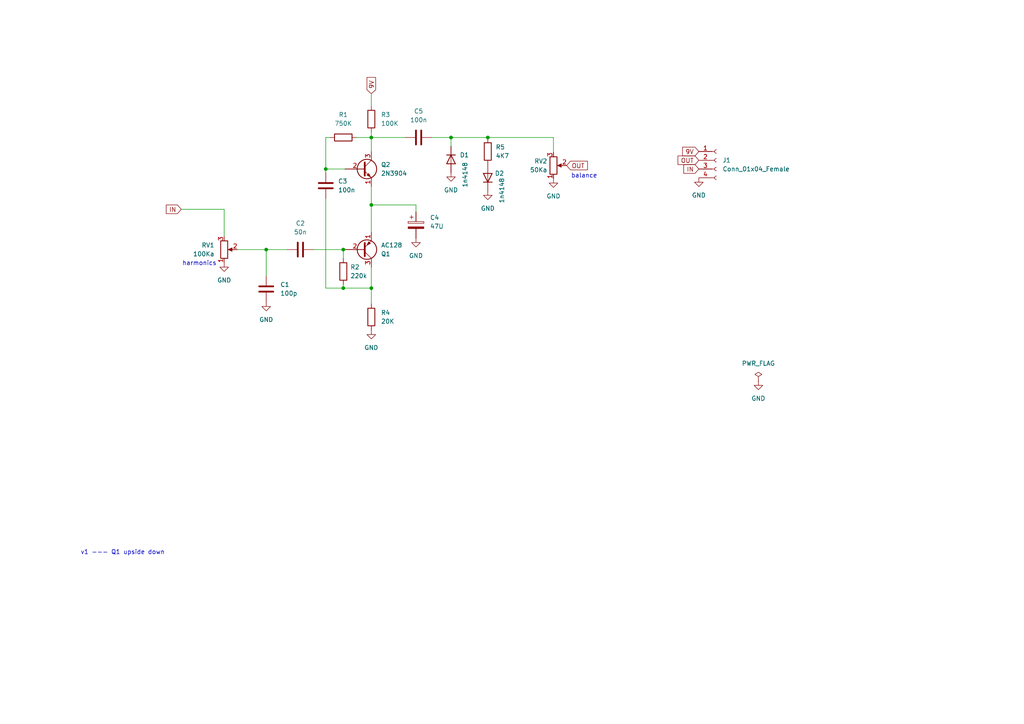
<source format=kicad_sch>
(kicad_sch (version 20230121) (generator eeschema)
  (paper "A4")
  (lib_symbols
    (symbol "Connector:Conn_01x04_Female" (pin_names (offset 1.016) hide)
      (property "Reference" "J" (at 0 5.08 0))
      (property "Value" "Conn_01x04_Female" (at 0 -7.62 0))
      (symbol "Conn_01x04_Female_1_1"
        (arc (start 0 -4.572) (mid -0.5058 -5.08) (end 0 -5.588) (stroke (width 0.1524)))
        (arc (start 0 -2.032) (mid -0.5058 -2.54) (end 0 -3.048) (stroke (width 0.1524)))
        (polyline (pts (xy -1.27 -5.08) (xy -0.508 -5.08)) (stroke (width 0.1524)))
        (polyline (pts (xy -1.27 -2.54) (xy -0.508 -2.54)) (stroke (width 0.1524)))
        (polyline (pts (xy -1.27 0) (xy -0.508 0)) (stroke (width 0.1524)))
        (polyline (pts (xy -1.27 2.54) (xy -0.508 2.54)) (stroke (width 0.1524)))
        (arc (start 0 0.508) (mid -0.5058 0) (end 0 -0.508) (stroke (width 0.1524)))
        (arc (start 0 3.048) (mid -0.5058 2.54) (end 0 2.032) (stroke (width 0.1524)))
        (pin passive line (at -5.08 2.54 0) (length 3.81) (name "Pin_1") (number "1"))
        (pin passive line (at -5.08 0 0) (length 3.81) (name "Pin_2") (number "2"))
        (pin passive line (at -5.08 -2.54 0) (length 3.81) (name "Pin_3") (number "3"))
        (pin passive line (at -5.08 -5.08 0) (length 3.81) (name "Pin_4") (number "4"))
      )
    )
    (symbol "Device:C" (pin_numbers hide) (pin_names (offset 0.254))
      (property "Reference" "C" (at 0.635 2.54 0))
      (property "Value" "C" (at 0.635 -2.54 0))
      (symbol "C_0_1"
        (polyline (pts (xy -2.032 -0.762) (xy 2.032 -0.762)) (stroke (width 0.508)))
        (polyline (pts (xy -2.032 0.762) (xy 2.032 0.762)) (stroke (width 0.508)))
      )
      (symbol "C_1_1"
        (pin passive line (at 0 3.81 270) (length 2.794) (name "~") (number "1"))
        (pin passive line (at 0 -3.81 90) (length 2.794) (name "~") (number "2"))
      )
    )
    (symbol "Device:C_Polarized" (pin_numbers hide) (pin_names (offset 0.254))
      (property "Reference" "C" (at 0.635 2.54 0))
      (property "Value" "C_Polarized" (at 0.635 -2.54 0))
      (symbol "C_Polarized_0_1"
        (rectangle (start -2.286 0.508) (end 2.286 1.016))
        (polyline (pts (xy -1.778 2.286) (xy -0.762 2.286)))
        (polyline (pts (xy -1.27 2.794) (xy -1.27 1.778)))
        (rectangle (start 2.286 -0.508) (end -2.286 -1.016) (fill (type outline)))
      )
      (symbol "C_Polarized_1_1"
        (pin passive line (at 0 3.81 270) (length 2.794) (name "~") (number "1"))
        (pin passive line (at 0 -3.81 90) (length 2.794) (name "~") (number "2"))
      )
    )
    (symbol "Device:D" (pin_numbers hide) (pin_names (offset 1.016) hide)
      (property "Reference" "D" (at 0 2.54 0))
      (property "Value" "D" (at 0 -2.54 0))
      (symbol "D_0_1"
        (polyline (pts (xy -1.27 1.27) (xy -1.27 -1.27)) (stroke (width 0.254)))
        (polyline (pts (xy 1.27 0) (xy -1.27 0)))
        (polyline (pts (xy 1.27 1.27) (xy 1.27 -1.27) (xy -1.27 0) (xy 1.27 1.27)) (stroke (width 0.254)))
      )
      (symbol "D_1_1"
        (pin passive line (at -3.81 0 0) (length 2.54) (name "K") (number "1"))
        (pin passive line (at 3.81 0 180) (length 2.54) (name "A") (number "2"))
      )
    )
    (symbol "Device:R" (pin_numbers hide) (pin_names (offset 0))
      (property "Reference" "R" (at 2.032 0 90))
      (property "Value" "R" (at 0 0 90))
      (symbol "R_0_1"
        (rectangle (start -1.016 -2.54) (end 1.016 2.54) (stroke (width 0.254)))
      )
      (symbol "R_1_1"
        (pin passive line (at 0 3.81 270) (length 1.27) (name "~") (number "1"))
        (pin passive line (at 0 -3.81 90) (length 1.27) (name "~") (number "2"))
      )
    )
    (symbol "Device:R_Potentiometer" (pin_names (offset 1.016) hide)
      (property "Reference" "RV" (at -4.445 0 90))
      (property "Value" "R_Potentiometer" (at -2.54 0 90))
      (symbol "R_Potentiometer_0_1"
        (polyline (pts (xy 2.54 0) (xy 1.524 0)))
        (polyline (pts (xy 1.143 0) (xy 2.286 0.508) (xy 2.286 -0.508) (xy 1.143 0)) (fill (type outline)))
        (rectangle (start 1.016 2.54) (end -1.016 -2.54) (stroke (width 0.254)))
      )
      (symbol "R_Potentiometer_1_1"
        (pin passive line (at 0 3.81 270) (length 1.27) (name "1") (number "1"))
        (pin passive line (at 3.81 0 180) (length 1.27) (name "2") (number "2"))
        (pin passive line (at 0 -3.81 90) (length 1.27) (name "3") (number "3"))
      )
    )
    (symbol "Transistor_BJT:2N3904" (pin_names (offset 0) hide)
      (property "Reference" "Q" (at 5.08 1.905 0))
      (property "Value" "2N3904" (at 5.08 0 0))
      (symbol "2N3904_0_1"
        (polyline (pts (xy 0.635 0.635) (xy 2.54 2.54)))
        (polyline (pts (xy 0.635 -0.635) (xy 2.54 -2.54) (xy 2.54 -2.54)))
        (polyline (pts (xy 0.635 1.905) (xy 0.635 -1.905) (xy 0.635 -1.905)) (stroke (width 0.508)))
        (polyline (pts (xy 1.27 -1.778) (xy 1.778 -1.27) (xy 2.286 -2.286) (xy 1.27 -1.778) (xy 1.27 -1.778)) (fill (type outline)))
        (circle (center 1.27 0) (radius 2.8194) (stroke (width 0.254)))
      )
      (symbol "2N3904_1_1"
        (pin passive line (at 2.54 -5.08 90) (length 2.54) (name "E") (number "1"))
        (pin passive line (at -5.08 0 0) (length 5.715) (name "B") (number "2"))
        (pin passive line (at 2.54 5.08 270) (length 2.54) (name "C") (number "3"))
      )
    )
    (symbol "Transistor_BJT:2N3906" (pin_names (offset 0) hide)
      (property "Reference" "Q" (at 5.08 1.905 0))
      (property "Value" "2N3906" (at 5.08 0 0))
      (symbol "2N3906_0_1"
        (polyline (pts (xy 0.635 0.635) (xy 2.54 2.54)))
        (polyline (pts (xy 0.635 -0.635) (xy 2.54 -2.54) (xy 2.54 -2.54)))
        (polyline (pts (xy 0.635 1.905) (xy 0.635 -1.905) (xy 0.635 -1.905)) (stroke (width 0.508)))
        (polyline (pts (xy 2.286 -1.778) (xy 1.778 -2.286) (xy 1.27 -1.27) (xy 2.286 -1.778) (xy 2.286 -1.778)) (fill (type outline)))
        (circle (center 1.27 0) (radius 2.8194) (stroke (width 0.254)))
      )
      (symbol "2N3906_1_1"
        (pin passive line (at 2.54 -5.08 90) (length 2.54) (name "E") (number "1"))
        (pin input line (at -5.08 0 0) (length 5.715) (name "B") (number "2"))
        (pin passive line (at 2.54 5.08 270) (length 2.54) (name "C") (number "3"))
      )
    )
    (symbol "power:GND" (power) (pin_names (offset 0))
      (property "Value" "GND" (at 0 -3.81 0))
      (symbol "GND_0_1"
        (polyline (pts (xy 0 0) (xy 0 -1.27) (xy 1.27 -1.27) (xy 0 -2.54) (xy -1.27 -1.27) (xy 0 -1.27)))
      )
      (symbol "GND_1_1"
        (pin power_in line (at 0 0 270) (length 0) hide (name "GND") (number "1"))
      )
    )
    (symbol "power:PWR_FLAG" (power) (pin_numbers hide) (pin_names (offset 0) hide)
      (property "Value" "PWR_FLAG" (at 0 3.81 0))
      (symbol "PWR_FLAG_0_0"
        (pin power_out line (at 0 0 90) (length 0) (name "pwr") (number "1"))
      )
      (symbol "PWR_FLAG_0_1"
        (polyline (pts (xy 0 0) (xy 0 1.27) (xy -1.016 1.905) (xy 0 2.54) (xy 1.016 1.905) (xy 0 1.27)))
      )
    )
  )
  (junction (at 107.696 59.436))
  (junction (at 107.696 39.878))
  (junction (at 107.696 83.566))
  (junction (at 94.488 49.022))
  (junction (at 130.81 39.878))
  (junction (at 77.216 72.39))
  (junction (at 141.478 39.878))
  (junction (at 99.568 72.39))
  (junction (at 99.568 83.566))
  (wire (pts (xy 94.488 49.022) (xy 94.488 39.878)))
  (wire (pts (xy 107.696 54.102) (xy 107.696 59.436)))
  (wire (pts (xy 94.488 49.022) (xy 94.488 50.038)))
  (wire (pts (xy 107.696 83.566) (xy 107.696 88.138)))
  (wire (pts (xy 90.932 72.39) (xy 99.568 72.39)))
  (wire (pts (xy 107.696 39.878) (xy 117.602 39.878)))
  (wire (pts (xy 94.488 39.878) (xy 95.758 39.878)))
  (wire (pts (xy 107.696 59.436) (xy 120.65 59.436)))
  (wire (pts (xy 160.528 39.878) (xy 141.478 39.878)))
  (wire (pts (xy 94.488 49.022) (xy 100.076 49.022)))
  (wire (pts (xy 77.216 72.39) (xy 83.312 72.39)))
  (wire (pts (xy 99.568 72.39) (xy 99.568 74.93)))
  (wire (pts (xy 107.696 39.878) (xy 107.696 43.942)))
  (wire (pts (xy 99.568 82.55) (xy 99.568 83.566)))
  (wire (pts (xy 120.65 61.468) (xy 120.65 59.436)))
  (wire (pts (xy 141.478 39.878) (xy 141.478 40.132)))
  (wire (pts (xy 94.488 83.566) (xy 94.488 57.658)))
  (wire (pts (xy 107.696 38.354) (xy 107.696 39.878)))
  (wire (pts (xy 107.696 59.436) (xy 107.696 67.31)))
  (wire (pts (xy 94.488 83.566) (xy 99.568 83.566)))
  (wire (pts (xy 130.81 39.878) (xy 130.81 42.418)))
  (wire (pts (xy 160.528 44.196) (xy 160.528 39.878)))
  (wire (pts (xy 99.568 72.39) (xy 100.076 72.39)))
  (wire (pts (xy 130.81 39.878) (xy 141.478 39.878)))
  (wire (pts (xy 65.024 68.58) (xy 65.024 60.706)))
  (wire (pts (xy 99.568 83.566) (xy 107.696 83.566)))
  (wire (pts (xy 77.216 72.39) (xy 68.834 72.39)))
  (wire (pts (xy 107.696 27.178) (xy 107.696 30.734)))
  (wire (pts (xy 107.696 77.47) (xy 107.696 83.566)))
  (wire (pts (xy 77.216 80.01) (xy 77.216 72.39)))
  (wire (pts (xy 65.024 60.706) (xy 52.578 60.706)))
  (wire (pts (xy 125.222 39.878) (xy 130.81 39.878)))
  (wire (pts (xy 103.378 39.878) (xy 107.696 39.878)))
  (text "balance" (at 165.608 51.816 0) (effects (font (size 1.27 1.27)) (justify left bottom)))
  (text "harmonics" (at 52.832 77.216 0) (effects (font (size 1.27 1.27)) (justify left bottom)))
  (text "v1 --- Q1 upside down" (at 23.368 161.036 0) (effects (font (size 1.27 1.27)) (justify left bottom)))
  (global_label "OUT" (shape input) (at 202.692 46.482 180) (property "Intersheetrefs" "${INTERSHEET_REFS}" (effects hide)))
  (global_label "9V" (shape input) (at 107.696 27.178 90) (property "Intersheetrefs" "${INTERSHEET_REFS}" (effects hide)))
  (global_label "IN" (shape input) (at 52.578 60.706 180) (property "Intersheetrefs" "${INTERSHEET_REFS}" (effects hide)))
  (global_label "IN" (shape input) (at 202.692 49.022 180) (property "Intersheetrefs" "${INTERSHEET_REFS}" (effects hide)))
  (global_label "OUT" (shape input) (at 164.338 48.006 0) (property "Intersheetrefs" "${INTERSHEET_REFS}" (effects hide)))
  (global_label "9V" (shape input) (at 202.692 43.942 180) (property "Intersheetrefs" "${INTERSHEET_REFS}" (effects hide)))
  (symbol (lib_id "Connector:Conn_01x04_Female") (at 207.772 46.482 0) (unit 1)
    (property "Reference" "J1" (at 209.55 46.4819 0) (effects (justify left)))
    (property "Value" "Conn_01x04_Female" (at 209.55 49.0219 0) (effects (justify left)))
    (property "Footprint" "Connector_PinHeader_2.54mm:PinHeader_1x04_P2.54mm_Vertical" (effects hide))
  )
  (symbol (lib_id "Device:C") (at 121.412 39.878 270) (unit 1)
    (property "Reference" "C5" (at 121.412 32.258 90))
    (property "Value" "100n" (at 121.412 34.798 90))
    (property "Footprint" "Capacitor_THT:C_Disc_D7.5mm_W2.5mm_P5.00mm" (effects hide))
  )
  (symbol (lib_id "power:PWR_FLAG") (at 219.964 110.49 0) (unit 1)
    (property "Reference" "#FLG0101" (effects hide))
    (property "Value" "PWR_FLAG" (at 219.964 105.41 0))
  )
  (symbol (lib_id "Device:R") (at 107.696 91.948 180) (unit 1)
    (property "Reference" "R4" (at 110.49 90.6779 0) (effects (justify right)))
    (property "Value" "20K" (at 110.49 93.2179 0) (effects (justify right)))
    (property "Footprint" "Resistor_THT:R_Axial_DIN0207_L6.3mm_D2.5mm_P7.62mm_Horizontal" (effects hide))
  )
  (symbol (lib_id "Device:R") (at 99.568 78.74 0) (unit 1)
    (property "Reference" "R2" (at 101.6 77.4699 0) (effects (justify left)))
    (property "Value" "220k" (at 101.6 80.0099 0) (effects (justify left)))
    (property "Footprint" "Resistor_THT:R_Axial_DIN0207_L6.3mm_D2.5mm_P7.62mm_Horizontal" (effects hide))
  )
  (symbol (lib_id "power:GND") (at 130.81 50.038 0) (unit 1)
    (property "Reference" "#PWR05" (effects hide))
    (property "Value" "GND" (at 130.81 55.118 0))
  )
  (symbol (lib_id "power:GND") (at 219.964 110.49 0) (unit 1)
    (property "Reference" "#PWR0101" (effects hide))
    (property "Value" "GND" (at 219.964 115.57 0))
  )
  (symbol (lib_id "power:GND") (at 65.024 76.2 0) (unit 1)
    (property "Reference" "#PWR01" (effects hide))
    (property "Value" "GND" (at 65.024 81.28 0))
  )
  (symbol (lib_id "power:GND") (at 107.696 95.758 0) (unit 1)
    (property "Reference" "#PWR03" (effects hide))
    (property "Value" "GND" (at 107.696 100.838 0))
  )
  (symbol (lib_id "Device:R_Potentiometer") (at 65.024 72.39 0) (mirror x) (unit 1)
    (property "Reference" "RV1" (at 62.23 71.1199 0) (effects (justify right)))
    (property "Value" "100Ka" (at 62.23 73.6599 0) (effects (justify right)))
    (property "Footprint" "pedals:Pot_Underside" (effects hide))
  )
  (symbol (lib_id "Device:R_Potentiometer") (at 160.528 48.006 0) (mirror x) (unit 1)
    (property "Reference" "RV2" (at 158.75 46.7359 0) (effects (justify right)))
    (property "Value" "50Ka" (at 158.75 49.2759 0) (effects (justify right)))
    (property "Footprint" "pedals:Pot_Underside" (effects hide))
  )
  (symbol (lib_id "power:GND") (at 141.478 55.372 0) (unit 1)
    (property "Reference" "#PWR06" (effects hide))
    (property "Value" "GND" (at 141.478 60.452 0))
  )
  (symbol (lib_id "Device:C") (at 94.488 53.848 180) (unit 1)
    (property "Reference" "C3" (at 98.044 52.5779 0) (effects (justify right)))
    (property "Value" "100n" (at 98.044 55.1179 0) (effects (justify right)))
    (property "Footprint" "Capacitor_THT:C_Disc_D7.5mm_W2.5mm_P5.00mm" (effects hide))
  )
  (symbol (lib_id "power:GND") (at 160.528 51.816 0) (unit 1)
    (property "Reference" "#PWR08" (effects hide))
    (property "Value" "GND" (at 160.528 56.896 0))
  )
  (symbol (lib_id "Device:C") (at 77.216 83.82 0) (unit 1)
    (property "Reference" "C1" (at 81.28 82.5499 0) (effects (justify left)))
    (property "Value" "100p" (at 81.28 85.0899 0) (effects (justify left)))
    (property "Footprint" "Capacitor_THT:C_Disc_D5.0mm_W2.5mm_P2.50mm" (effects hide))
  )
  (symbol (lib_id "Device:D") (at 141.478 51.562 90) (unit 1)
    (property "Reference" "D2" (at 143.51 50.2919 90) (effects (justify right)))
    (property "Value" "1n4148" (at 145.542 51.562 0) (effects (justify right)))
    (property "Footprint" "Diode_THT:D_A-405_P7.62mm_Horizontal" (effects hide))
  )
  (symbol (lib_id "power:GND") (at 120.65 69.088 0) (unit 1)
    (property "Reference" "#PWR04" (effects hide))
    (property "Value" "GND" (at 120.65 74.168 0))
  )
  (symbol (lib_id "Device:C_Polarized") (at 120.65 65.278 0) (unit 1)
    (property "Reference" "C4" (at 124.714 63.1189 0) (effects (justify left)))
    (property "Value" "47U" (at 124.714 65.6589 0) (effects (justify left)))
    (property "Footprint" "Capacitor_THT:CP_Radial_D5.0mm_P2.50mm" (effects hide))
  )
  (symbol (lib_id "Device:D") (at 130.81 46.228 270) (unit 1)
    (property "Reference" "D1" (at 133.35 44.9579 90) (effects (justify left)))
    (property "Value" "1n4148" (at 134.874 46.99 0) (effects (justify left)))
    (property "Footprint" "Diode_THT:D_A-405_P7.62mm_Horizontal" (effects hide))
  )
  (symbol (lib_id "power:GND") (at 77.216 87.63 0) (unit 1)
    (property "Reference" "#PWR02" (effects hide))
    (property "Value" "GND" (at 77.216 92.71 0))
  )
  (symbol (lib_id "Device:R") (at 141.478 43.942 180) (unit 1)
    (property "Reference" "R5" (at 143.764 42.6719 0) (effects (justify right)))
    (property "Value" "4K7" (at 143.764 45.2119 0) (effects (justify right)))
    (property "Footprint" "Resistor_THT:R_Axial_DIN0207_L6.3mm_D2.5mm_P7.62mm_Horizontal" (effects hide))
  )
  (symbol (lib_id "Device:C") (at 87.122 72.39 90) (unit 1)
    (property "Reference" "C2" (at 87.122 64.77 90))
    (property "Value" "50n" (at 87.122 67.31 90))
    (property "Footprint" "Capacitor_THT:C_Disc_D7.5mm_W2.5mm_P5.00mm" (effects hide))
  )
  (symbol (lib_id "Transistor_BJT:2N3906") (at 105.156 72.39 0) (mirror x) (unit 1)
    (property "Reference" "Q1" (at 110.49 73.6601 0) (effects (justify left)))
    (property "Value" "AC128" (at 110.49 71.1201 0) (effects (justify left)))
    (property "Footprint" "Package_TO_SOT_THT:TO-5-3" (effects hide))
    (property "Datasheet" "https://www.onsemi.com/pub/Collateral/2N3906-D.PDF" (effects hide))
  )
  (symbol (lib_id "Transistor_BJT:2N3904") (at 105.156 49.022 0) (unit 1)
    (property "Reference" "Q2" (at 110.49 47.7519 0) (effects (justify left)))
    (property "Value" "2N3904" (at 110.49 50.2919 0) (effects (justify left)))
    (property "Footprint" "Package_TO_SOT_THT:TO-92_Inline" (effects hide))
    (property "Datasheet" "https://www.onsemi.com/pub/Collateral/2N3903-D.PDF" (effects hide))
  )
  (symbol (lib_id "power:GND") (at 202.692 51.562 0) (unit 1)
    (property "Reference" "#PWR09" (effects hide))
    (property "Value" "GND" (at 202.692 56.642 0))
  )
  (symbol (lib_id "Device:R") (at 107.696 34.544 0) (unit 1)
    (property "Reference" "R3" (at 110.49 33.2739 0) (effects (justify left)))
    (property "Value" "100K" (at 110.49 35.8139 0) (effects (justify left)))
    (property "Footprint" "Resistor_THT:R_Axial_DIN0207_L6.3mm_D2.5mm_P7.62mm_Horizontal" (effects hide))
  )
  (symbol (lib_id "Device:R") (at 99.568 39.878 90) (unit 1)
    (property "Reference" "R1" (at 99.568 33.274 90))
    (property "Value" "750K" (at 99.568 35.814 90))
    (property "Footprint" "Resistor_THT:R_Axial_DIN0207_L6.3mm_D2.5mm_P7.62mm_Horizontal" (effects hide))
  )
)
</source>
